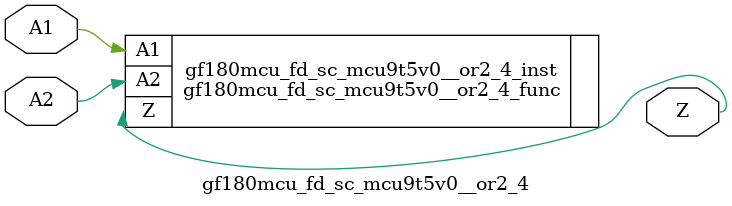
<source format=v>

module gf180mcu_fd_sc_mcu9t5v0__or2_4( A2, A1, Z );
input A1, A2;
output Z;

   `ifdef FUNCTIONAL  //  functional //

	gf180mcu_fd_sc_mcu9t5v0__or2_4_func gf180mcu_fd_sc_mcu9t5v0__or2_4_behav_inst(.A2(A2),.A1(A1),.Z(Z));

   `else

	gf180mcu_fd_sc_mcu9t5v0__or2_4_func gf180mcu_fd_sc_mcu9t5v0__or2_4_inst(.A2(A2),.A1(A1),.Z(Z));

	// spec_gates_begin


	// spec_gates_end



   specify

	// specify_block_begin

	// comb arc A1 --> Z
	 (A1 => Z) = (1.0,1.0);

	// comb arc A2 --> Z
	 (A2 => Z) = (1.0,1.0);

	// specify_block_end

   endspecify

   `endif

endmodule

</source>
